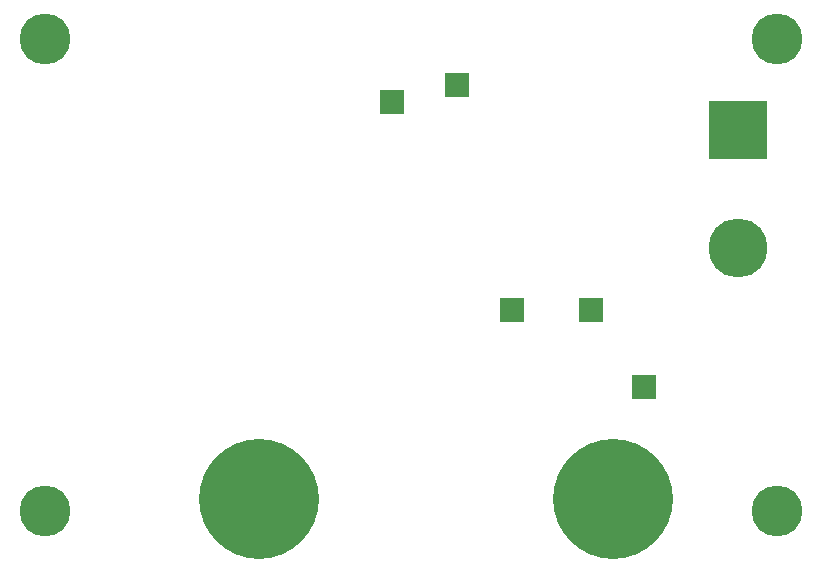
<source format=gbr>
%TF.GenerationSoftware,KiCad,Pcbnew,(6.0.8)*%
%TF.CreationDate,2023-02-08T18:10:39+01:00*%
%TF.ProjectId,power supply prototype,706f7765-7220-4737-9570-706c79207072,rev?*%
%TF.SameCoordinates,Original*%
%TF.FileFunction,Soldermask,Bot*%
%TF.FilePolarity,Negative*%
%FSLAX46Y46*%
G04 Gerber Fmt 4.6, Leading zero omitted, Abs format (unit mm)*
G04 Created by KiCad (PCBNEW (6.0.8)) date 2023-02-08 18:10:39*
%MOMM*%
%LPD*%
G01*
G04 APERTURE LIST*
%ADD10R,2.000000X2.000000*%
%ADD11C,4.300000*%
%ADD12R,5.000000X5.000000*%
%ADD13O,5.000000X5.000000*%
%ADD14C,10.160000*%
G04 APERTURE END LIST*
D10*
%TO.C,TP4*%
X134400000Y-78400000D03*
%TD*%
D11*
%TO.C,H2*%
X105000000Y-73000000D03*
%TD*%
%TO.C,H1*%
X167000000Y-113000000D03*
%TD*%
D10*
%TO.C,TP1*%
X139900000Y-76900000D03*
%TD*%
D11*
%TO.C,H3*%
X167000000Y-73000000D03*
%TD*%
D10*
%TO.C,TP5*%
X144500000Y-96000000D03*
%TD*%
%TO.C,TP3*%
X155750000Y-102500000D03*
%TD*%
%TO.C,TP2*%
X151200000Y-96000000D03*
%TD*%
D11*
%TO.C,H4*%
X105000000Y-113000000D03*
%TD*%
D12*
%TO.C,Input*%
X163700000Y-80700000D03*
D13*
X163700000Y-90700000D03*
%TD*%
D14*
%TO.C,J1*%
X153100000Y-112000000D03*
X123130000Y-112000000D03*
%TD*%
M02*

</source>
